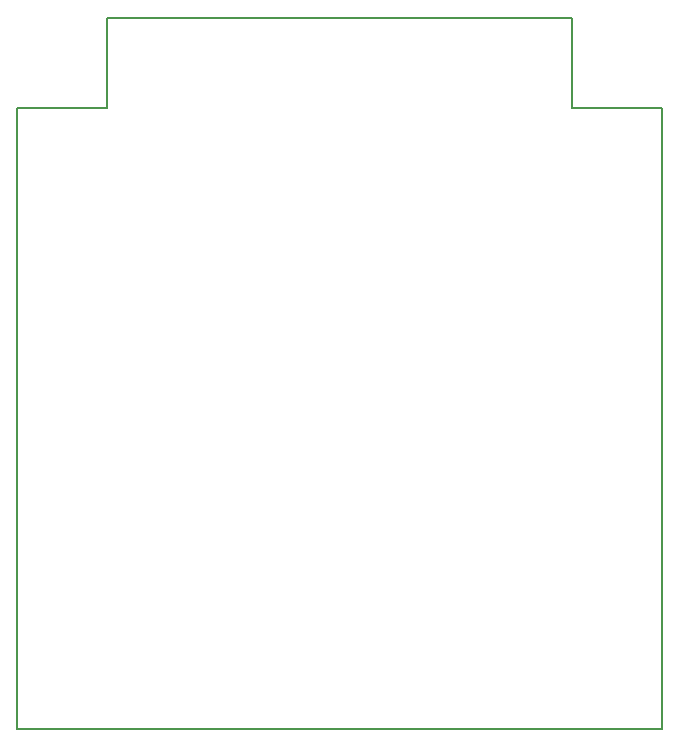
<source format=gbr>
G04 #@! TF.GenerationSoftware,KiCad,Pcbnew,(5.0.0-3-g5ebb6b6)*
G04 #@! TF.CreationDate,2018-09-09T10:20:45+01:00*
G04 #@! TF.ProjectId,EngineersThumb,456E67696E656572735468756D622E6B,rev?*
G04 #@! TF.SameCoordinates,Original*
G04 #@! TF.FileFunction,Profile,NP*
%FSLAX46Y46*%
G04 Gerber Fmt 4.6, Leading zero omitted, Abs format (unit mm)*
G04 Created by KiCad (PCBNEW (5.0.0-3-g5ebb6b6)) date Sunday, 09 September 2018 at 10:20:45*
%MOMM*%
%LPD*%
G01*
G04 APERTURE LIST*
%ADD10C,0.150000*%
G04 APERTURE END LIST*
D10*
X171450000Y-49530000D02*
X171450000Y-102108000D01*
X163830000Y-49530000D02*
X171450000Y-49530000D01*
X163830000Y-41910000D02*
X163830000Y-49530000D01*
X124460000Y-41910000D02*
X163830000Y-41910000D01*
X124460000Y-49530000D02*
X124460000Y-41910000D01*
X116840000Y-49530000D02*
X124460000Y-49530000D01*
X116840000Y-102108000D02*
X116840000Y-49530000D01*
X171450000Y-102108000D02*
X116840000Y-102108000D01*
M02*

</source>
